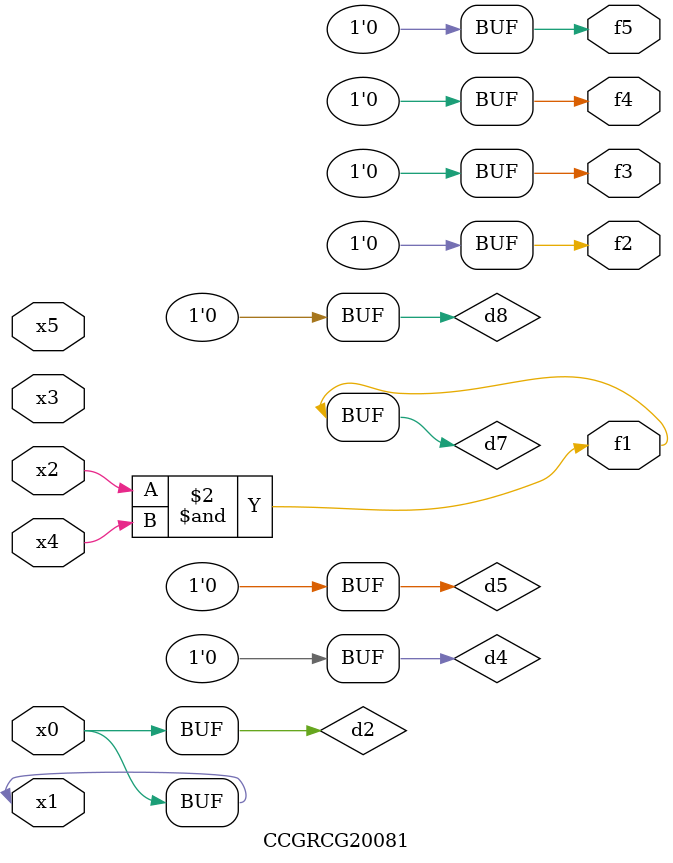
<source format=v>
module CCGRCG20081(
	input x0, x1, x2, x3, x4, x5,
	output f1, f2, f3, f4, f5
);

	wire d1, d2, d3, d4, d5, d6, d7, d8, d9;

	nand (d1, x1);
	buf (d2, x0, x1);
	nand (d3, x2, x4);
	and (d4, d1, d2);
	and (d5, d1, d2);
	nand (d6, d1, d3);
	not (d7, d3);
	xor (d8, d5);
	nor (d9, d5, d6);
	assign f1 = d7;
	assign f2 = d8;
	assign f3 = d8;
	assign f4 = d8;
	assign f5 = d8;
endmodule

</source>
